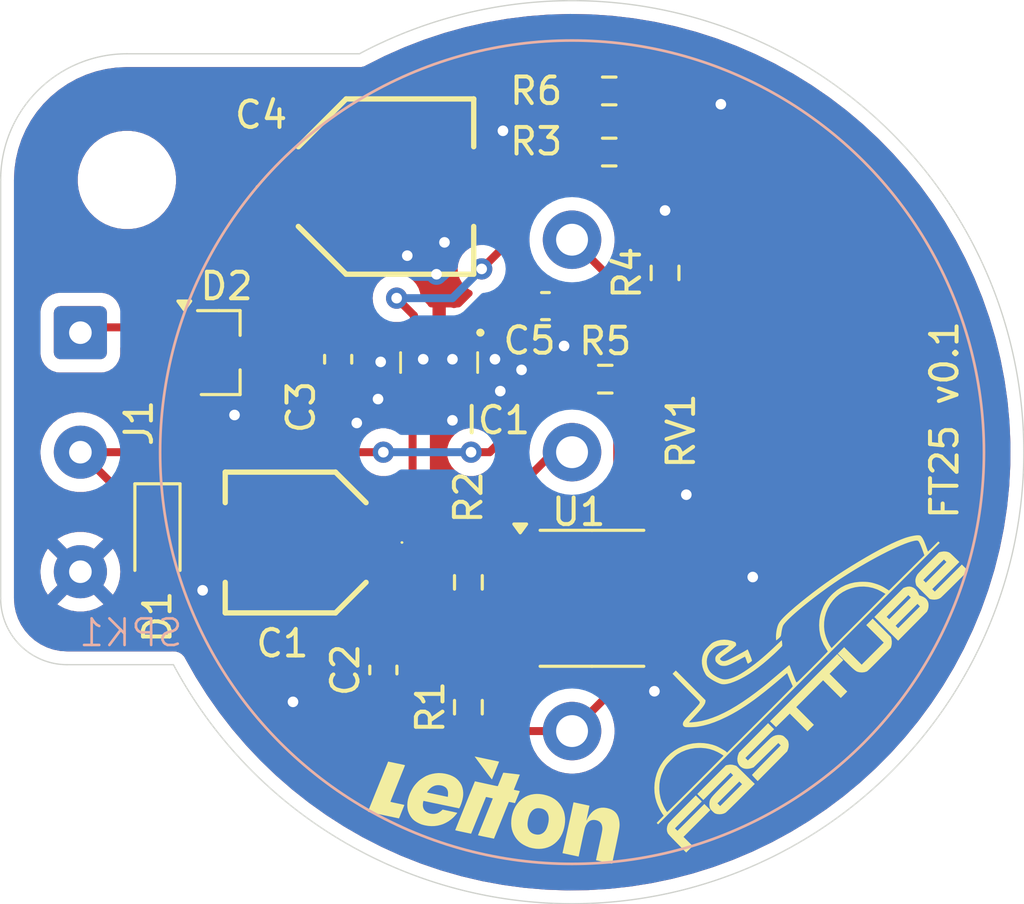
<source format=kicad_pcb>
(kicad_pcb
	(version 20240108)
	(generator "pcbnew")
	(generator_version "8.0")
	(general
		(thickness 1.6)
		(legacy_teardrops no)
	)
	(paper "A4")
	(layers
		(0 "F.Cu" signal)
		(31 "B.Cu" power)
		(32 "B.Adhes" user "B.Adhesive")
		(33 "F.Adhes" user "F.Adhesive")
		(34 "B.Paste" user)
		(35 "F.Paste" user)
		(36 "B.SilkS" user "B.Silkscreen")
		(37 "F.SilkS" user "F.Silkscreen")
		(38 "B.Mask" user)
		(39 "F.Mask" user)
		(40 "Dwgs.User" user "User.Drawings")
		(41 "Cmts.User" user "User.Comments")
		(42 "Eco1.User" user "User.Eco1")
		(43 "Eco2.User" user "User.Eco2")
		(44 "Edge.Cuts" user)
		(45 "Margin" user)
		(46 "B.CrtYd" user "B.Courtyard")
		(47 "F.CrtYd" user "F.Courtyard")
		(48 "B.Fab" user)
		(49 "F.Fab" user)
		(50 "User.1" user)
		(51 "User.2" user)
		(52 "User.3" user)
		(53 "User.4" user)
		(54 "User.5" user)
		(55 "User.6" user)
		(56 "User.7" user)
		(57 "User.8" user)
		(58 "User.9" user)
	)
	(setup
		(stackup
			(layer "F.SilkS"
				(type "Top Silk Screen")
			)
			(layer "F.Paste"
				(type "Top Solder Paste")
			)
			(layer "F.Mask"
				(type "Top Solder Mask")
				(thickness 0.01)
			)
			(layer "F.Cu"
				(type "copper")
				(thickness 0.035)
			)
			(layer "dielectric 1"
				(type "core")
				(thickness 1.51)
				(material "FR4")
				(epsilon_r 4.5)
				(loss_tangent 0.02)
			)
			(layer "B.Cu"
				(type "copper")
				(thickness 0.035)
			)
			(layer "B.Mask"
				(type "Bottom Solder Mask")
				(thickness 0.01)
			)
			(layer "B.Paste"
				(type "Bottom Solder Paste")
			)
			(layer "B.SilkS"
				(type "Bottom Silk Screen")
			)
			(copper_finish "None")
			(dielectric_constraints no)
		)
		(pad_to_mask_clearance 0)
		(allow_soldermask_bridges_in_footprints no)
		(pcbplotparams
			(layerselection 0x00010fc_ffffffff)
			(plot_on_all_layers_selection 0x0000000_00000000)
			(disableapertmacros no)
			(usegerberextensions no)
			(usegerberattributes yes)
			(usegerberadvancedattributes yes)
			(creategerberjobfile yes)
			(dashed_line_dash_ratio 12.000000)
			(dashed_line_gap_ratio 3.000000)
			(svgprecision 4)
			(plotframeref no)
			(viasonmask no)
			(mode 1)
			(useauxorigin no)
			(hpglpennumber 1)
			(hpglpenspeed 20)
			(hpglpendiameter 15.000000)
			(pdf_front_fp_property_popups yes)
			(pdf_back_fp_property_popups yes)
			(dxfpolygonmode yes)
			(dxfimperialunits yes)
			(dxfusepcbnewfont yes)
			(psnegative no)
			(psa4output no)
			(plotreference yes)
			(plotvalue yes)
			(plotfptext yes)
			(plotinvisibletext no)
			(sketchpadsonfab no)
			(subtractmaskfromsilk no)
			(outputformat 1)
			(mirror no)
			(drillshape 1)
			(scaleselection 1)
			(outputdirectory "")
		)
	)
	(net 0 "")
	(net 1 "Net-(C1-+)")
	(net 2 "GND")
	(net 3 "Net-(U1-FEED)")
	(net 4 "Net-(SPK1-M)")
	(net 5 "+24V")
	(net 6 "Net-(U1-HRNEN)")
	(net 7 "Net-(D2-A)")
	(net 8 "Net-(IC1-EN{slash}ADJ)")
	(net 9 "SIG")
	(net 10 "Net-(SPK1-G)")
	(net 11 "Net-(SPK1-F)")
	(net 12 "Net-(R3-Pad2)")
	(net 13 "unconnected-(U1-NC-Pad1)")
	(net 14 "unconnected-(U1-NC-Pad3)")
	(footprint "Connector_Wire:SolderWire-0.25sqmm_1x03_P4.5mm_D0.65mm_OD2mm" (layer "F.Cu") (at 131.5 95.5 -90))
	(footprint "soundbox:EEE0GA101SR" (layer "F.Cu") (at 139.6 103.4 180))
	(footprint "Capacitor_SMD:C_0603_1608Metric_Pad1.08x0.95mm_HandSolder" (layer "F.Cu") (at 141.2 96.5 -90))
	(footprint "LOGO" (layer "F.Cu") (at 157.785054 107.960449 45))
	(footprint "Resistor_SMD:R_0603_1608Metric_Pad0.98x0.95mm_HandSolder" (layer "F.Cu") (at 146.1 109.6 90))
	(footprint "soundbox:06TR4FA104DPR" (layer "F.Cu") (at 159 95.5))
	(footprint "Capacitor_SMD:C_0603_1608Metric_Pad1.08x0.95mm_HandSolder" (layer "F.Cu") (at 149 94.5 180))
	(footprint "Resistor_SMD:R_0603_1608Metric_Pad0.98x0.95mm_HandSolder" (layer "F.Cu") (at 153.5 93.25 90))
	(footprint "soundbox:EEE1AA101SP" (layer "F.Cu") (at 143 90))
	(footprint "soundbox:PG-SCT595-5" (layer "F.Cu") (at 145 96.5 180))
	(footprint "Resistor_SMD:R_0603_1608Metric_Pad0.98x0.95mm_HandSolder" (layer "F.Cu") (at 146.1 104.9 -90))
	(footprint "Resistor_SMD:R_0603_1608Metric_Pad0.98x0.95mm_HandSolder" (layer "F.Cu") (at 151.4 88.7))
	(footprint "MountingHole:MountingHole_3.2mm_M3_DIN965" (layer "F.Cu") (at 133.25 89.75))
	(footprint "Package_TO_SOT_SMD:SOT-23_Handsoldering" (layer "F.Cu") (at 136.75 96.25))
	(footprint "soundbox:LeitOn_small_wo_sq" (layer "F.Cu") (at 147.2 113.1 -12))
	(footprint "Package_SO:SOIC-8_3.9x4.9mm_P1.27mm" (layer "F.Cu") (at 150.75 105.5))
	(footprint "Resistor_SMD:R_0603_1608Metric_Pad0.98x0.95mm_HandSolder" (layer "F.Cu") (at 151.25 97.25))
	(footprint "Capacitor_SMD:C_0603_1608Metric_Pad1.08x0.95mm_HandSolder" (layer "F.Cu") (at 142.9 108.2 90))
	(footprint "Diode_SMD:D_SOD-323_HandSoldering" (layer "F.Cu") (at 134.4 103.2 -90))
	(footprint "Resistor_SMD:R_0603_1608Metric_Pad0.98x0.95mm_HandSolder" (layer "F.Cu") (at 151.4 86.4))
	(footprint "soundbox:CPT-3016-105T" (layer "B.Cu") (at 150 100 180))
	(gr_arc
		(start 128.5 89.75)
		(mid 129.891243 86.391243)
		(end 133.25 85)
		(stroke
			(width 0.05)
			(type default)
		)
		(layer "Edge.Cuts")
		(uuid "0c9499f7-3257-4d1a-ab45-d3dea9659961")
	)
	(gr_line
		(start 133.25 85)
		(end 142 85)
		(stroke
			(width 0.05)
			(type default)
		)
		(layer "Edge.Cuts")
		(uuid "145b8ce2-1cdf-402f-8341-2813b341aab6")
	)
	(gr_line
		(start 128.5 89.75)
		(end 128.5 105.5)
		(stroke
			(width 0.05)
			(type default)
		)
		(layer "Edge.Cuts")
		(uuid "5702bfe5-fa35-42f9-b66d-dc1faf38af9f")
	)
	(gr_line
		(start 131 108)
		(end 135 108)
		(stroke
			(width 0.05)
			(type default)
		)
		(layer "Edge.Cuts")
		(uuid "7ce022d5-3481-46fd-850f-fa99ac5c91eb")
	)
	(gr_arc
		(start 142 85)
		(mid 166.263456 104.949746)
		(end 135.000001 108.000003)
		(stroke
			(width 0.05)
			(type default)
		)
		(layer "Edge.Cuts")
		(uuid "8a2c619c-8626-4af2-8c59-1422d0ba61b9")
	)
	(gr_arc
		(start 131 108)
		(mid 129.232233 107.267767)
		(end 128.5 105.5)
		(stroke
			(width 0.05)
			(type default)
		)
		(layer "Edge.Cuts")
		(uuid "e1634623-b024-4caa-9d4d-69a765686d49")
	)
	(gr_rect
		(start 128.5 83)
		(end 167 117)
		(stroke
			(width 0.01)
			(type default)
		)
		(fill none)
		(layer "User.1")
		(uuid "39b0a146-c4d4-4256-ae48-acf0ec4d99bd")
	)
	(gr_text "FT25 v0.1"
		(at 164.6 102.6 90)
		(layer "F.SilkS")
		(uuid "0568cae2-bee3-4247-bec4-4aec8861298f")
		(effects
			(font
				(size 1 1)
				(thickness 0.15)
			)
			(justify left bottom)
		)
	)
	(segment
		(start 144 101.15)
		(end 144 97.75)
		(width 0.3)
		(layer "F.Cu")
		(net 1)
		(uuid "15c5144c-563b-4b87-9892-e237392431c7")
	)
	(segment
		(start 144.6 104.1)
		(end 144.6 101.75)
		(width 0.3)
		(layer "F.Cu")
		(net 1)
		(uuid "1a80ae13-4a15-4032-93ee-33ef1b3c5354")
	)
	(segment
		(start 143.775 101.375)
		(end 143.825 101.325)
		(width 0.3)
		(layer "F.Cu")
		(net 1)
		(uuid "344b38fb-bb30-4b39-a9aa-767baf938932")
	)
	(segment
		(start 143.775 101.375)
		(end 144 101.15)
		(width 0.3)
		(layer "F.Cu")
		(net 1)
		(uuid "3af5f041-c8a2-43ed-8af4-421975d2f8d5")
	)
	(segment
		(start 145.365 104.865)
		(end 144.6 104.1)
		(width 0.3)
		(layer "F.Cu")
		(net 1)
		(uuid "a471af70-346f-4311-86d8-28ad5a90a449")
	)
	(segment
		(start 144 97.75)
		(end 144.05 97.7)
		(width 0.3)
		(layer "F.Cu")
		(net 1)
		(uuid "b57598a9-8b18-4e03-89c1-05fa95734452")
	)
	(segment
		(start 141.75 103.4)
		(end 143.775 101.375)
		(width 0.3)
		(layer "F.Cu")
		(net 1)
		(uuid "b9a2d46c-d18c-4e8a-8f5a-70cca586e7ac")
	)
	(segment
		(start 148.275 104.865)
		(end 145.365 104.865)
		(width 0.3)
		(layer "F.Cu")
		(net 1)
		(uuid "bf47607a-6c55-41ef-8986-734ffc4b7598")
	)
	(segment
		(start 144.175 101.325)
		(end 144 101.15)
		(width 0.3)
		(layer "F.Cu")
		(net 1)
		(uuid "c218f462-46ea-4d78-9d92-fddaf342c491")
	)
	(segment
		(start 144.6 101.75)
		(end 144.175 101.325)
		(width 0.3)
		(layer "F.Cu")
		(net 1)
		(uuid "c4524e98-d66b-416e-ad12-f8b4c7086e3d")
	)
	(segment
		(start 143.825 101.325)
		(end 144.175 101.325)
		(width 0.3)
		(layer "F.Cu")
		(net 1)
		(uuid "ea7bf8c4-e6e9-4921-a552-c920a3ff676f")
	)
	(segment
		(start 149.8625 94.5)
		(end 149.8625 95.8375)
		(width 0.3)
		(layer "F.Cu")
		(net 2)
		(uuid "72345974-ffc1-46ea-ac1b-b1e35cd00433")
	)
	(segment
		(start 149.8625 95.8375)
		(end 149.7 96)
		(width 0.3)
		(layer "F.Cu")
		(net 2)
		(uuid "d0c147ef-b240-4144-9959-5afa028f4e23")
	)
	(via
		(at 155.6 86.9)
		(size 0.8)
		(drill 0.4)
		(layers "F.Cu" "B.Cu")
		(free yes)
		(net 2)
		(uuid "06a1a750-8536-4cf8-9192-35bc867304a9")
	)
	(via
		(at 141.9 98.9)
		(size 0.8)
		(drill 0.4)
		(layers "F.Cu" "B.Cu")
		(free yes)
		(net 2)
		(uuid "1634c358-6587-4d9e-a4c2-90a5ab1faafd")
	)
	(via
		(at 147.3 97.7)
		(size 0.8)
		(drill 0.4)
		(layers "F.Cu" "B.Cu")
		(free yes)
		(net 2)
		(uuid "1a418d52-d221-44b1-ad1d-91e97992ecb3")
	)
	(via
		(at 142.7 98)
		(size 0.8)
		(drill 0.4)
		(layers "F.Cu" "B.Cu")
		(free yes)
		(net 2)
		(uuid "25345f8f-538d-46a3-b8d8-5a868b8a4bca")
	)
	(via
		(at 143.8 92.6)
		(size 0.8)
		(drill 0.4)
		(layers "F.Cu" "B.Cu")
		(free yes)
		(net 2)
		(uuid "384c8bfa-3338-4421-b506-b5dcc7f603cf")
	)
	(via
		(at 153.5 90.9)
		(size 0.8)
		(drill 0.4)
		(layers "F.Cu" "B.Cu")
		(free yes)
		(net 2)
		(uuid "59e64dbd-0451-436f-844e-4c0d273598ba")
	)
	(via
		(at 148.1 96.9)
		(size 0.8)
		(drill 0.4)
		(layers "F.Cu" "B.Cu")
		(free yes)
		(net 2)
		(uuid "69cbc453-a834-432c-a06f-6af5e0115401")
	)
	(via
		(at 145.5 96.5)
		(size 0.8)
		(drill 0.4)
		(layers "F.Cu" "B.Cu")
		(free yes)
		(net 2)
		(uuid "6a66460c-c4ed-4cbb-ad75-8721cfb01e79")
	)
	(via
		(at 153.1 109)
		(size 0.8)
		(drill 0.4)
		(layers "F.Cu" "B.Cu")
		(free yes)
		(net 2)
		(uuid "7fa75b93-3a54-4ab9-823b-8664220d8fc0")
	)
	(via
		(at 136.1 105.2)
		(size 0.8)
		(drill 0.4)
		(layers "F.Cu" "B.Cu")
		(free yes)
		(net 2)
		(uuid "83ee66e4-35b7-421f-bd51-e9232ebc2f9c")
	)
	(via
		(at 147.4 87.9)
		(size 0.8)
		(drill 0.4)
		(layers "F.Cu" "B.Cu")
		(free yes)
		(net 2)
		(uuid "87ee8f62-5586-4ec4-bf64-4d8e7f4f3c00")
	)
	(via
		(at 142.8 96.6)
		(size 0.8)
		(drill 0.4)
		(layers "F.Cu" "B.Cu")
		(free yes)
		(net 2)
		(uuid "88f446c1-03c1-4aaf-8c6d-a532e3fea711")
	)
	(via
		(at 145.2 92.1)
		(size 0.8)
		(drill 0.4)
		(layers "F.Cu" "B.Cu")
		(free yes)
		(net 2)
		(uuid "96ccf5b1-b85a-42c6-89d1-03c3653c0e78")
	)
	(via
		(at 144.9 93.3)
		(size 0.8)
		(drill 0.4)
		(layers "F.Cu" "B.Cu")
		(free yes)
		(net 2)
		(uuid "b57f5c0c-c97f-4e02-83ff-2ef698d42b64")
	)
	(via
		(at 145.5 98.8)
		(size 0.8)
		(drill 0.4)
		(layers "F.Cu" "B.Cu")
		(free yes)
		(net 2)
		(uuid "b5ab2b73-4634-4e0e-855d-42a626e2a677")
	)
	(via
		(at 154.3 101.6)
		(size 0.8)
		(drill 0.4)
		(layers "F.Cu" "B.Cu")
		(free yes)
		(net 2)
		(uuid "b76a2fc2-0f04-4ac7-8040-3c68efea3aaa")
	)
	(via
		(at 147.1 96.5)
		(size 0.8)
		(drill 0.4)
		(layers "F.Cu" "B.Cu")
		(free yes)
		(net 2)
		(uuid "d6efebd2-3405-41b1-bc0d-84897ffc75fb")
	)
	(via
		(at 149.7 96)
		(size 0.8)
		(drill 0.4)
		(layers "F.Cu" "B.Cu")
		(free yes)
		(net 2)
		(uuid "d8f12fb1-bcf4-4713-a92c-8cd19cfe334a")
	)
	(via
		(at 156.8 104.7)
		(size 0.8)
		(drill 0.4)
		(layers "F.Cu" "B.Cu")
		(free yes)
		(net 2)
		(uuid "db890ffb-38c3-4b56-bb01-106cd42901c5")
	)
	(via
		(at 144.4 96.5)
		(size 0.8)
		(drill 0.4)
		(layers "F.Cu" "B.Cu")
		(free yes)
		(net 2)
		(uuid "dcf1182a-9346-40f1-9a54-d1175b80aebf")
	)
	(via
		(at 139.5 109.4)
		(size 0.8)
		(drill 0.4)
		(layers "F.Cu" "B.Cu")
		(free yes)
		(net 2)
		(uuid "dee0939a-5e0d-4315-a470-5bde3c7fcd15")
	)
	(via
		(at 137.3 98.6)
		(size 0.8)
		(drill 0.4)
		(layers "F.Cu" "B.Cu")
		(free yes)
		(net 2)
		(uuid "ecf13844-64d3-4d09-826f-01f2a3714814")
	)
	(segment
		(start 148.275 107.405)
		(end 146.105 107.405)
		(width 0.3)
		(layer "F.Cu")
		(net 3)
		(uuid "4d85323a-08d1-468c-bfd3-e496a2731d71")
	)
	(segment
		(start 146.1 107.4)
		(end 146.1 105.8125)
		(width 0.3)
		(layer "F.Cu")
		(net 3)
		(uuid "5c0b8596-5503-4d34-b55d-432a6a55b318")
	)
	(segment
		(start 146.105 107.405)
		(end 146.1 107.4)
		(width 0.3)
		(layer "F.Cu")
		(net 3)
		(uuid "5dd55fdd-6d11-4b51-a953-3fa965ab3532")
	)
	(segment
		(start 142.9 107.3375)
		(end 144.25 108.6875)
		(width 0.3)
		(layer "F.Cu")
		(net 3)
		(uuid "809582d5-cb13-4f9f-8fae-3838a63656e2")
	)
	(segment
		(start 144.25 108.6875)
		(end 146.1 108.6875)
		(width 0.3)
		(layer "F.Cu")
		(net 3)
		(uuid "c431d874-8573-4efa-9021-024d20a72e9e")
	)
	(segment
		(start 146.1 108.6875)
		(end 146.1 107.4)
		(width 0.3)
		(layer "F.Cu")
		(net 3)
		(uuid "f412a4c1-f106-41a2-a9c6-a0084babeb82")
	)
	(segment
		(start 148.2 109.6)
		(end 150.3 107.5)
		(width 0.3)
		(layer "F.Cu")
		(net 4)
		(uuid "09090e3d-2f29-4507-9429-c54334b8180b")
	)
	(segment
		(start 151.25 98.55)
		(end 151.7 99)
		(width 0.3)
		(layer "F.Cu")
		(net 4)
		(uuid "30c7c0a9-de98-46ee-ad56-98519c7cfb85")
	)
	(segment
		(start 150.3 107.5)
		(end 150.3 106.3)
		(width 0.3)
		(layer "F.Cu")
		(net 4)
		(uuid "34d22c14-3b91-47dd-9037-04ff02b781cf")
	)
	(segment
		(start 152 104.865)
		(end 151.735 104.865)
		(width 0.3)
		(layer "F.Cu")
		(net 4)
		(uuid "36da2dfc-84c8-4d31-a70b-2f8f40fe67e3")
	)
	(segment
		(start 151.7 104.6)
		(end 151.7 104.83)
		(width 0.3)
		(layer "F.Cu")
		(net 4)
		(uuid "3ae480d1-8672-4f2c-a851-94f59965e078")
	)
	(segment
		(start 151.7 99)
		(end 151.7 104.6)
		(width 0.3)
		(layer "F.Cu")
		(net 4)
		(uuid "45402f4d-99c3-4ba9-bd66-4a1ea8da26b0")
	)
	(segment
		(start 151.735 104.6)
		(end 152 104.865)
		(width 0.3)
		(layer "F.Cu")
		(net 4)
		(uuid "5da0f8fb-e2f9-41b0-9801-f13702b13393")
	)
	(segment
		(start 151.7 104.83)
		(end 151.735 104.865)
		(width 0.3)
		(layer "F.Cu")
		(net 4)
		(uuid "78b78ccc-63d2-4be6-8684-dc2b419e2d99")
	)
	(segment
		(start 151.25 93.25)
		(end 151.25 98.55)
		(width 0.3)
		(layer "F.Cu")
		(net 4)
		(uuid "7bc63da9-9e54-4147-a93d-721567276b1d")
	)
	(segment
		(start 143.4375 109.6)
		(end 148.2 109.6)
		(width 0.3)
		(layer "F.Cu")
		(net 4)
		(uuid "c2b5b2b3-27c6-43a2-b502-9ae649b08a1d")
	)
	(segment
		(start 151.735 104.865)
		(end 150.3 106.3)
		(width 0.3)
		(layer "F.Cu")
		(net 4)
		(uuid "cf7f2034-b1e3-46d7-85ba-64c853f641b5")
	)
	(segment
		(start 150 92)
		(end 151.25 93.25)
		(width 0.3)
		(layer "F.Cu")
		(net 4)
		(uuid "d0f86c55-1497-473f-92ab-0926b530691e")
	)
	(segment
		(start 153.06 104.7)
		(end 153.225 104.865)
		(width 0.3)
		(layer "F.Cu")
		(net 4)
		(uuid "de487b46-dff6-4637-b730-51caf9eeca2e")
	)
	(segment
		(start 151.7 104.6)
		(end 151.735 104.6)
		(width 0.3)
		(layer "F.Cu")
		(net 4)
		(uuid "e604e90e-3383-4c49-a31e-adad540853ba")
	)
	(segment
		(start 142.9 109.0625)
		(end 143.4375 109.6)
		(width 0.3)
		(layer "F.Cu")
		(net 4)
		(uuid "e7b372ad-6d44-40f3-b292-ca0030a4c4bb")
	)
	(segment
		(start 153.225 104.865)
		(end 152 104.865)
		(width 0.3)
		(layer "F.Cu")
		(net 4)
		(uuid "fb5f5bb4-df8e-49f9-aeab-c72ab1a7e5d2")
	)
	(segment
		(start 141.2 95.6375)
		(end 141.2 90.7)
		(width 0.3)
		(layer "F.Cu")
		(net 5)
		(uuid "054909e3-392b-4d3d-88ec-2922324e7a7e")
	)
	(segment
		(start 147.7 92)
		(end 147.7 91)
		(width 0.3)
		(layer "F.Cu")
		(net 5)
		(uuid "1714de18-f19e-4a1d-9fcb-abbc4390ca85")
	)
	(segment
		(start 143.4 94.2)
		(end 144.05 94.85)
		(width 0.3)
		(layer "F.Cu")
		(net 5)
		(uuid "1dab445f-7c67-472b-bea0-a057a8fe6814")
	)
	(segment
		(start 141.5875 95.25)
		(end 144 95.25)
		(width 0.3)
		(layer "F.Cu")
		(net 5)
		(uuid "3cdd5ae0-fe74-40b7-91eb-253b46d6524f")
	)
	(segment
		(start 138.25 96.25)
		(end 139.5 96.25)
		(width 0.3)
		(layer "F.Cu")
		(net 5)
		(uuid "4441b124-5698-47f2-8d50-494066e51d56")
	)
	(segment
		(start 140.1125 95.6375)
		(end 141.2 95.6375)
		(width 0.3)
		(layer "F.Cu")
		(net 5)
		(uuid "8b82cbf6-a61f-4b56-bb7e-98c50b4ea897")
	)
	(segment
		(start 150 88.7)
		(end 150.4875 88.7)
		(width 0.3)
		(layer "F.Cu")
		(net 5)
		(uuid "91449544-3d85-43bf-892d-142f30243a74")
	)
	(segment
		(start 146.6 93.1)
		(end 147.7 92)
		(width 0.3)
		(layer "F.Cu")
		(net 5)
		(uuid "a21a02bd-2759-401c-b257-6fddf78b91b4")
	)
	(segment
		(start 141.2 90.7)
		(end 140.5 90)
		(width 0.3)
		(layer "F.Cu")
		(net 5)
		(uuid "ab3fc132-876d-40fd-8a37-516f998d4401")
	)
	(segment
		(start 144.05 94.85)
		(end 144.05 95.3)
		(width 0.3)
		(layer "F.Cu")
		(net 5)
		(uuid "adf1574a-72d4-442f-b8a1-48199444bd90")
	)
	(segment
		(start 147.7 91)
		(end 150 88.7)
		(width 0.3)
		(layer "F.Cu")
		(net 5)
		(uuid "b0d0a533-03d1-4d10-9c9d-275a057f1864")
	)
	(segment
		(start 139.5 96.25)
		(end 140.1125 95.6375)
		(width 0.3)
		(layer "F.Cu")
		(net 5)
		(uuid "b40aa696-d52a-4b37-a289-b30fb8eedf24")
	)
	(segment
		(start 141.2 95.6375)
		(end 141.5875 95.25)
		(width 0.3)
		(layer "F.Cu")
		(net 5)
		(uuid "c70a6765-40cc-46c1-a2d9-b3050acd3216")
	)
	(segment
		(start 150.4875 86.4)
		(end 150.4875 88.7)
		(width 0.3)
		(layer "F.Cu")
		(net 5)
		(uuid "e74d25ae-28d4-40ff-aaa6-db74846f4d2c")
	)
	(via
		(at 146.6 93.1)
		(size 0.8)
		(drill 0.4)
		(layers "F.Cu" "B.Cu")
		(net 5)
		(uuid "1f66e272-7d73-47e7-85fd-2cea844f1376")
	)
	(via
		(at 143.4 94.2)
		(size 0.8)
		(drill 0.4)
		(layers "F.Cu" "B.Cu")
		(net 5)
		(uuid "8331b1ec-10d8-49af-bc63-06d3c2054628")
	)
	(segment
		(start 143.4 94.2)
		(end 145.5 94.2)
		(width 0.3)
		(layer "B.Cu")
		(net 5)
		(uuid "86e56fd6-02b5-4dbf-9477-8f508caac46e")
	)
	(segment
		(start 145.5 94.2)
		(end 146.6 93.1)
		(width 0.3)
		(layer "B.Cu")
		(net 5)
		(uuid "d03544bb-5e1e-42e4-89c6-39b622a494c2")
	)
	(segment
		(start 152.5 97.5875)
		(end 152.5 101.75)
		(width 0.3)
		(layer "F.Cu")
		(net 6)
		(uuid "074a2975-fd68-4c40-8155-f0e5b9abf23d")
	)
	(segment
		(start 152.1625 97.25)
		(end 152.5 97.5875)
		(width 0.3)
		(layer "F.Cu")
		(net 6)
		(uuid "21ff4d6b-8fcc-4b1c-820c-c5cadcb9bf55")
	)
	(segment
		(start 152.5 101.75)
		(end 153.25 102.5)
		(width 0.3)
		(layer "F.Cu")
		(net 6)
		(uuid "2fba2c5a-2a97-4175-bfeb-038d973dde82")
	)
	(segment
		(start 153.25 103.57)
		(end 153.225 103.595)
		(width 0.3)
		(layer "F.Cu")
		(net 6)
		(uuid "418fabef-99d7-47c9-abc2-f7723d16f244")
	)
	(segment
		(start 152.1625 97.25)
		(end 152.25 97.25)
		(width 0.3)
		(layer "F.Cu")
		(net 6)
		(uuid "52311879-8ed6-466b-bba9-44d036750aed")
	)
	(segment
		(start 153.25 102.5)
		(end 153.25 103.57)
		(width 0.3)
		(layer "F.Cu")
		(net 6)
		(uuid "cdcf619f-a978-4667-ae1c-20f141c6c1ed")
	)
	(segment
		(start 153.5 96)
		(end 153.5 94.1625)
		(width 0.3)
		(layer "F.Cu")
		(net 6)
		(uuid "ef8cfd81-6cb9-4d71-b3bf-0610e509a439")
	)
	(segment
		(start 152.25 97.25)
		(end 153.5 96)
		(width 0.3)
		(layer "F.Cu")
		(net 6)
		(uuid "fa2f396c-09cf-4795-881a-85a4b4ae0039")
	)
	(segment
		(start 135.25 95.3)
		(end 131.7 95.3)
		(width 0.3)
		(layer "F.Cu")
		(net 7)
		(uuid "a91db6b1-c4d0-4082-8243-54f9f4debef9")
	)
	(segment
		(start 131.7 95.3)
		(end 131.5 95.5)
		(width 0.3)
		(layer "F.Cu")
		(net 7)
		(uuid "b4303bdb-fbe9-4f59-8912-f6fe0909e13f")
	)
	(segment
		(start 159 91.225)
		(end 157.525 89.75)
		(width 0.3)
		(layer "F.Cu")
		(net 8)
		(uuid "10e80ff1-24c9-4e99-a6ae-40c6b4da76d7")
	)
	(segment
		(start 145.95 95.3)
		(end 147.425 93.825)
		(width 0.3)
		(layer "F.Cu")
		(net 8)
		(uuid "69f64f3f-7002-47e9-8d79-e5b3fa90185e")
	)
	(segment
		(start 148.25 93)
		(end 147.425 93.825)
		(width 0.3)
		(layer "F.Cu")
		(net 8)
		(uuid "71a75b59-ac82-42df-ab4d-24534136247c")
	)
	(segment
		(start 149.75 89.75)
		(end 148.25 91.25)
		(width 0.3)
		(layer "F.Cu")
		(net 8)
		(uuid "7c187c0d-5463-49e4-b302-7e6b907a001c")
	)
	(segment
		(start 157.525 89.75)
		(end 149.75 89.75)
		(width 0.3)
		(layer "F.Cu")
		(net 8)
		(uuid "8caf3322-20bd-4792-87d4-2ac4b6e61f44")
	)
	(segment
		(start 148.1375 94.5)
		(end 148.1 94.5)
		(width 0.3)
		(layer "F.Cu")
		(net 8)
		(uuid "c7a1fbfd-de61-4daa-8cec-99339a910f45")
	)
	(segment
		(start 148.1 94.5)
		(end 147.425 93.825)
		(width 0.3)
		(layer "F.Cu")
		(net 8)
		(uuid "fb5c3ebe-ae4a-47c1-bc91-695929b1d538")
	)
	(segment
		(start 148.25 91.25)
		(end 148.25 93)
		(width 0.3)
		(layer "F.Cu")
		(net 8)
		(uuid "fd5ccc6b-1f50-4929-b1e8-f7fa3b79e0ff")
	)
	(segment
		(start 134.4 101.95)
		(end 133.45 101.95)
		(width 0.3)
		(layer "F.Cu")
		(net 9)
		(uuid "0fe563d9-a79f-498c-bb52-76c56e7dcda7")
	)
	(segment
		(start 133.45 101.95)
		(end 131.5 100)
		(width 0.3)
		(layer "F.Cu")
		(net 9)
		(uuid "17b2d4b1-992b-4b43-9684-383b57817b18")
	)
	(segment
		(start 149.65 97.25)
		(end 150.3375 97.25)
		(width 0.3)
		(layer "F.Cu")
		(net 9)
		(uuid "49712491-cc98-417d-9fd7-6bea8419dd0f")
	)
	(segment
		(start 146.2 100)
		(end 146.9 100)
		(width 0.3)
		(layer "F.Cu")
		(net 9)
		(uuid "527f361a-886e-4d3e-b2f8-d2e7b77728ba")
	)
	(segment
		(start 134.4 100)
		(end 142.9 100)
		(width 0.3)
		(layer "F.Cu")
		(net 9)
		(uuid "5a32045e-2743-4220-b6c9-8e815d55651b")
	)
	(segment
		(start 131.5 100)
		(end 134.4 100)
		(width 0.3)
		(layer "F.Cu")
		(net 9)
		(uuid "72cbdf54-c0e4-4740-a118-61cf36656b59")
	)
	(segment
		(start 134.4 101.95)
		(end 134.4 100)
		(width 0.3)
		(layer "F.Cu")
		(net 9)
		(uuid "e650d11d-7494-414b-b1e1-ba5442f115dd")
	)
	(segment
		(start 146.9 100)
		(end 149.65 97.25)
		(width 0.3)
		(layer "F.Cu")
		(net 9)
		(uuid "eab867c7-f470-4870-8085-66ac175dac89")
	)
	(via
		(at 146.2 100)
		(size 0.8)
		(drill 0.4)
		(layers "F.Cu" "B.Cu")
		(net 9)
		(uuid "3e77b714-44f3-4163-8c08-87f52830b850")
	)
	(via
		(at 142.9 100)
		(size 0.8)
		(drill 0.4)
		(layers "F.Cu" "B.Cu")
		(net 9)
		(uuid "5281ce56-3ddb-4cc6-af00-7d45d7765312")
	)
	(segment
		(start 142.9 100)
		(end 146.2 100)
		(width 0.3)
		(layer "B.Cu")
		(net 9)
		(uuid "d33ff8ee-ccd0-49b6-9491-0fc43cad637c")
	)
	(segment
		(start 146.1 110.5125)
		(end 146.1125 110.5)
		(width 0.3)
		(layer "F.Cu")
		(net 10)
		(uuid "0985b6fd-d180-4fc5-bce9-3d6204322516")
	)
	(segment
		(start 150 110.5)
		(end 151.3 109.2)
		(width 0.3)
		(layer "F.Cu")
		(net 10)
		(uuid "29833cd4-ae84-47c3-a086-4dfcd0ca3a64")
	)
	(segment
		(start 146.1125 110.5)
		(end 150 110.5)
		(width 0.3)
		(layer "F.Cu")
		(net 10)
		(uuid "924cc875-b40f-4c52-9192-86ac241c9175")
	)
	(segment
		(start 151.965 106.135)
		(end 153.225 106.135)
		(width 0.3)
		(layer "F.Cu")
		(net 10)
		(uuid "d32f4e74-f404-477c-91c6-11336f273e81")
	)
	(segment
		(start 151.3 109.2)
		(end 151.3 106.8)
		(width 0.3)
		(layer "F.Cu")
		(net 10)
		(uuid "e4c7c31e-d0bc-4d47-b7ae-acbdc347fd7a")
	)
	(segment
		(start 151.3 106.8)
		(end 151.965 106.135)
		(width 0.3)
		(layer "F.Cu")
		(net 10)
		(uuid "e78a7e10-98f9-4831-bed7-9f8aafb304a1")
	)
	(segment
		(start 146.1 103.2)
		(end 149.3 100)
		(width 0.3)
		(layer "F.Cu")
		(net 11)
		(uuid "3d79fbfe-060e-4a2f-b6c7-315adffdce03")
	)
	(segment
		(start 149.3 100)
		(end 150 100)
		(width 0.3)
		(layer "F.Cu")
		(net 11)
		(uuid "980e4570-315c-43cf-bb18-51c17d13a9fc")
	)
	(segment
		(start 146.1 103.9875)
		(end 146.1 103.2)
		(width 0.3)
		(layer "F.Cu")
		(net 11)
		(uuid "c6c913eb-38cc-4add-a1e5-ec5c4b90d394")
	)
	(segment
		(start 161.15 100.425)
		(end 161.15 89.95)
		(width 0.3)
		(layer "F.Cu")
		(net 12)
		(uuid "26979417-b786-4be8-984f-7d0738cdff24")
	)
	(segment
		(start 161.15 89.95)
		(end 159.9 88.7)
		(width 0.3)
		(layer "F.Cu")
		(net 12)
		(uuid "7718b055-c971-4cec-ab44-672e9f6976fc")
	)
	(segment
		(start 159.9 88.7)
		(end 152.3125 88.7)
		(width 0.3)
		(layer "F.Cu")
		(net 12)
		(uuid "8f63e3d9-dbb7-40be-853d-4d064e73fe36")
	)
	(segment
		(start 152.3125 86.4)
		(end 152.3125 88.7)
		(width 0.3)
		(layer "F.Cu")
		(net 12)
		(uuid "d1f80375-c994-4ac9-a326-cf0882761c94")
	)
	(zone
		(net 2)
		(net_name "GND")
		(layer "F.Cu")
		(uuid "3fbb25a7-40e0-4e93-a8cf-da28d9fa13f5")
		(hatch edge 0.5)
		(connect_pads
			(clearance 0.5)
		)
		(min_thickness 0.25)
		(filled_areas_thickness no)
		(fill yes
			(thermal_gap 0.5)
			(thermal_bridge_width 0.5)
		)
		(polygon
			(pts
				(arc
					(start 133.25 85)
					(mid 129.891243 86.391243)
					(end 128.5 89.75)
				)
				(arc
					(start 128.5 105.5)
					(mid 129.232233 107.267767)
					(end 131 108)
				)
				(xy 135 108)
				(arc
					(start 135.000001 108.000003)
					(mid 166.263456 104.949746)
					(end 142 85)
				)
			)
		)
		(filled_polygon
			(layer "F.Cu")
			(pts
				(xy 150.729967 83.516727) (xy 150.735946 83.516994) (xy 151.529551 83.571622) (xy 151.535512 83.572178)
				(xy 152.325547 83.665284) (xy 152.331488 83.666131) (xy 153.116064 83.797492) (xy 153.121948 83.798625)
				(xy 153.899202 83.967928) (xy 153.905055 83.969353) (xy 154.67315 84.176196) (xy 154.678926 84.177903)
				(xy 154.926303 84.25759) (xy 155.436071 84.421803) (xy 155.441739 84.423781) (xy 155.642771 84.4995)
				(xy 156.18618 84.704175) (xy 156.191764 84.706435) (xy 156.420514 84.805529) (xy 156.92169 85.022639)
				(xy 156.927133 85.025156) (xy 157.640856 85.376443) (xy 157.646152 85.379211) (xy 158.007932 85.579661)
				(xy 158.341966 85.764738) (xy 158.347163 85.767784) (xy 158.47746 85.848486) (xy 158.948506 86.140239)
				(xy 159.023447 86.186655) (xy 159.028489 86.189951) (xy 159.683594 86.641142) (xy 159.68847 86.644678)
				(xy 160.320892 87.12715) (xy 160.325591 87.130918) (xy 160.933869 87.64356) (xy 160.938379 87.647553)
				(xy 161.397717 88.074499) (xy 161.52102 88.189106) (xy 161.525322 88.193304) (xy 162.080992 88.76253)
				(xy 162.085075 88.76692) (xy 162.42776 89.1539) (xy 162.612445 89.362457) (xy 162.616328 89.367062)
				(xy 163.114154 89.987504) (xy 163.117808 89.992292) (xy 163.584903 90.63616) (xy 163.588321 90.64112)
				(xy 164.02362 91.306946) (xy 164.026792 91.312067) (xy 164.429209 91.998189) (xy 164.43213 92.003457)
				(xy 164.800779 92.708359) (xy 164.80344 92.713763) (xy 165.137416 93.435723) (xy 165.139811 93.441249)
				(xy 165.438334 94.178578) (xy 165.440458 94.184215) (xy 165.702817 94.935159) (xy 165.704665 94.940892)
				(xy 165.930247 95.703687) (xy 165.931815 95.709503) (xy 166.120094 96.482377) (xy 166.121377 96.488262)
				(xy 166.271897 97.26935) (xy 166.272893 97.275291) (xy 166.385306 98.062778) (xy 166.386012 98.06876)
				(xy 166.460049 98.860763) (xy 166.460464 98.866772) (xy 166.495954 99.661458) (xy 166.496076 99.66748)
				(xy 166.492931 100.462926) (xy 166.492761 100.468947) (xy 166.450992 101.263308) (xy 166.45053 101.269314)
				(xy 166.370231 102.060734) (xy 166.369477 102.06671) (xy 166.250847 102.853248) (xy 166.249804 102.859181)
				(xy 166.093108 103.639082) (xy 166.091779 103.644957) (xy 165.897403 104.416295) (xy 165.89579 104.422098)
				(xy 165.664175 105.183117) (xy 165.662281 105.188835) (xy 165.394001 105.937657) (xy 165.391833 105.943277)
				(xy 165.087485 106.678239) (xy 165.085046 106.683746) (xy 164.745375 107.40304) (xy 164.742671 107.408423)
				(xy 164.368469 108.110374) (xy 164.365507 108.115619) (xy 163.957661 108.798566) (xy 163.954448 108.803661)
				(xy 163.513912 109.466005) (xy 163.510455 109.470938) (xy 163.03828 110.1111) (xy 163.034588 110.115859)
				(xy 162.531877 110.732341) (xy 162.527958 110.736916) (xy 161.995916 111.328243) (xy 161.99178 111.332621)
				(xy 161.431636 111.897426) (xy 161.427292 111.901599) (xy 160.840365 112.438551) (xy 160.835823 112.442507)
				(xy 160.223555 112.950289) (xy 160.218827 112.954021) (xy 159.582572 113.431508) (xy 159.577667 113.435005)
				(xy 158.919031 113.880992) (xy 158.913963 113.884248) (xy 158.2344 114.297752) (xy 158.22918 114.300757)
				(xy 157.530353 114.680764) (xy 157.524993 114.683512) (xy 156.808549 115.02913) (xy 156.803061 115.031615)
				(xy 156.07065 115.342042) (xy 156.065049 115.344257) (xy 155.318444 115.618746) (xy 155.312742 115.620686)
				(xy 154.553708 115.858588) (xy 154.547918 115.86025) (xy 153.778191 116.06102) (xy 153.772328 116.062398)
				(xy 152.993786 116.225546) (xy 152.987862 116.226638) (xy 152.202301 116.351787) (xy 152.196331 116.35259)
				(xy 151.405621 116.439444) (xy 151.399619 116.439956) (xy 150.605628 116.488307) (xy 150.599609 116.488527)
				(xy 149.804195 116.498265) (xy 149.798172 116.498192) (xy 149.003244 116.469291) (xy 148.997231 116.468926)
				(xy 148.204642 116.401456) (xy 148.198655 116.4008) (xy 147.410252 116.294916) (xy 147.404303 116.293969)
				(xy 146.622001 116.149929) (xy 146.616117 116.148697) (xy 146.189642 116.048542) (xy 145.84171 115.966832)
				(xy 145.835882 115.965313) (xy 145.071224 115.746055) (xy 145.065476 115.744254) (xy 144.312383 115.488127)
				(xy 144.306729 115.48605) (xy 143.56695 115.193649) (xy 143.561403 115.191299) (xy 142.836702 114.863319)
				(xy 142.831277 114.860703) (xy 142.123376 114.497927) (xy 142.118083 114.495051) (xy 141.775208 114.297752)
				(xy 141.428576 114.098291) (xy 141.423452 114.095174) (xy 140.754067 113.665424) (xy 140.749086 113.662053)
				(xy 140.101371 113.200311) (xy 140.096552 113.196697) (xy 139.47199 112.704019) (xy 139.467353 112.700174)
				(xy 138.867485 112.177775) (xy 138.86304 112.17371) (xy 138.289225 111.622774) (xy 138.285004 111.618519)
				(xy 137.738622 111.040367) (xy 137.734602 111.035901) (xy 137.7005 110.996111) (xy 137.216945 110.431903)
				(xy 137.213163 110.427268) (xy 136.725416 109.798803) (xy 136.721866 109.793992) (xy 136.265236 109.142613)
				(xy 136.261907 109.13761) (xy 135.837445 108.464819) (xy 135.834383 108.459694) (xy 135.49257 107.85466)
				(xy 135.472447 107.81904) (xy 135.467008 107.807879) (xy 135.438688 107.758829) (xy 135.436662 107.75518)
				(xy 135.410612 107.706335) (xy 135.405882 107.699721) (xy 135.406296 107.699424) (xy 135.40585 107.698822)
				(xy 135.405447 107.699132) (xy 135.4005 107.692685) (xy 135.361331 107.653517) (xy 135.358432 107.650519)
				(xy 135.339444 107.63021) (xy 135.320612 107.610066) (xy 135.320606 107.610062) (xy 135.314329 107.6049)
				(xy 135.314651 107.604507) (xy 135.314068 107.604044) (xy 135.31376 107.604447) (xy 135.307318 107.599504)
				(xy 135.307314 107.5995) (xy 135.287321 107.587957) (xy 135.259272 107.571762) (xy 135.255748 107.569648)
				(xy 135.208765 107.540373) (xy 135.208761 107.540372) (xy 135.201367 107.537013) (xy 135.201577 107.53655)
				(xy 135.200884 107.536249) (xy 135.200691 107.536717) (xy 135.193181 107.533606) (xy 135.139606 107.519251)
				(xy 135.135607 107.518107) (xy 135.112998 107.511226) (xy 135.082691 107.502002) (xy 135.074678 107.500672)
				(xy 135.07476 107.500175) (xy 135.074013 107.500063) (xy 135.073948 107.50056) (xy 135.065893 107.4995)
				(xy 135.065892 107.4995) (xy 135.010425 107.4995) (xy 135.006256 107.49943) (xy 134.95098 107.49757)
				(xy 134.950979 107.49757) (xy 134.950975 107.49757) (xy 134.942888 107.498359) (xy 134.942838 107.497852)
				(xy 134.92846 107.4995) (xy 131.004067 107.4995) (xy 130.995957 107.499235) (xy 130.747116 107.482925)
				(xy 130.731035 107.480807) (xy 130.490464 107.432954) (xy 130.474797 107.428756) (xy 130.24252 107.349909)
				(xy 130.227534 107.343702) (xy 130.007539 107.235212) (xy 129.993492 107.227102) (xy 129.789539 107.090825)
				(xy 129.776671 107.080951) (xy 129.59225 106.919218) (xy 129.580781 106.907749) (xy 129.446385 106.7545)
				(xy 129.419045 106.723325) (xy 129.409174 106.71046) (xy 129.393408 106.686865) (xy 129.272897 106.506507)
				(xy 129.264787 106.49246) (xy 129.21306 106.387569) (xy 129.156294 106.272458) (xy 129.15009 106.257479)
				(xy 129.071243 106.025202) (xy 129.067045 106.009535) (xy 129.053315 105.94051) (xy 129.01919 105.768953)
				(xy 129.017075 105.752895) (xy 129.000765 105.504043) (xy 129.0005 105.495933) (xy 129.0005 104.499994)
				(xy 129.994859 104.499994) (xy 129.994859 104.500005) (xy 130.015385 104.747729) (xy 130.015387 104.747738)
				(xy 130.076412 104.988717) (xy 130.176266 105.216364) (xy 130.276564 105.369882) (xy 131.078274 104.568172)
				(xy 131.103963 104.664044) (xy 131.159916 104.760956) (xy 131.239044 104.840084) (xy 131.335956 104.896037)
				(xy 131.431827 104.921725) (xy 130.629942 105.723609) (xy 130.676768 105.760055) (xy 130.67677 105.760056)
				(xy 130.895385 105.878364) (xy 130.895396 105.878369) (xy 131.130506 105.959083) (xy 131.375707 106)
				(xy 131.624293 106) (xy 131.869493 105.959083) (xy 132.104603 105.878369) (xy 132.104614 105.878364)
				(xy 132.323228 105.760057) (xy 132.323231 105.760055) (xy 132.370056 105.723609) (xy 131.568172 104.921725)
				(xy 131.664044 104.896037) (xy 131.760956 104.840084) (xy 131.840084 104.760956) (xy 131.896037 104.664044)
				(xy 131.921725 104.568173) (xy 132.723434 105.369882) (xy 132.823731 105.216369) (xy 132.923587 104.988717)
				(xy 132.984043 104.749986) (xy 133.400001 104.749986) (xy 133.410494 104.852697) (xy 133.465641 105.019119)
				(xy 133.465643 105.019124) (xy 133.557684 105.168345) (xy 133.681654 105.292315) (xy 133.830875 105.384356)
				(xy 133.83088 105.384358) (xy 133.997302 105.439505) (xy 133.997309 105.439506) (xy 134.100019 105.449999)
				(xy 134.65 105.449999) (xy 134.699972 105.449999) (xy 134.699986 105.449998) (xy 134.802697 105.439505)
				(xy 134.969119 105.384358) (xy 134.969124 105.384356) (xy 135.118345 105.292315) (xy 135.242315 105.168345)
				(xy 135.334356 105.019124) (xy 135.334358 105.019119) (xy 135.389505 104.852697) (xy 135.389506 104.85269)
				(xy 135.399999 104.749986) (xy 135.4 104.749973) (xy 135.4 104.7) (xy 134.65 104.7) (xy 134.65 105.449999)
				(xy 134.100019 105.449999) (xy 134.149999 105.449998) (xy 134.15 105.449998) (xy 134.15 104.7) (xy 133.400001 104.7)
				(xy 133.400001 104.749986) (xy 132.984043 104.749986) (xy 132.984612 104.747738) (xy 132.984614 104.747729)
				(xy 133.005141 104.500005) (xy 133.005141 104.499994) (xy 132.984614 104.25227) (xy 132.984612 104.252261)
				(xy 132.958719 104.150013) (xy 133.4 104.150013) (xy 133.4 104.2) (xy 134.15 104.2) (xy 134.65 104.2)
				(xy 135.433475 104.2) (xy 135.500514 104.219685) (xy 135.546269 104.272489) (xy 135.553822 104.30002)
				(xy 135.55462 104.299832) (xy 135.556403 104.307379) (xy 135.606645 104.442086) (xy 135.606649 104.442093)
				(xy 135.692809 104.557187) (xy 135.692812 104.55719) (xy 135.807906 104.64335) (xy 135.807913 104.643354)
				(xy 135.94262 104.693596) (xy 135.942627 104.693598) (xy 136.002155 104.699999) (xy 136.002172 104.7)
				(xy 137.2 104.7) (xy 137.7 104.7) (xy 138.897828 104.7) (xy 138.897844 104.699999) (xy 138.957372 104.693598)
				(xy 138.957379 104.693596) (xy 139.092086 104.643354) (xy 139.092093 104.64335) (xy 139.207187 104.55719)
				(xy 139.20719 104.557187) (xy 139.29335 104.442093) (xy 139.293354 104.442086) (xy 139.343596 104.307379)
				(xy 139.343598 104.307372) (xy 139.349999 104.247844) (xy 139.35 104.247827) (xy 139.35 103.65)
				(xy 137.7 103.65) (xy 137.7 104.7) (xy 137.2 104.7) (xy 137.2 103.65) (xy 135.55 103.65) (xy 135.55 103.793251)
				(xy 135.530315 103.86029) (xy 135.477511 103.906045) (xy 135.408353 103.915989) (xy 135.344797 103.886964)
				(xy 135.320461 103.858348) (xy 135.242315 103.731654) (xy 135.118345 103.607684) (xy 134.969124 103.515643)
				(xy 134.969119 103.515641) (xy 134.802697 103.460494) (xy 134.80269 103.460493) (xy 134.699986 103.45)
				(xy 134.65 103.45) (xy 134.65 104.2) (xy 134.15 104.2) (xy 134.15 103.45) (xy 134.149999 103.449999)
				(xy 134.100029 103.45) (xy 134.100011 103.450001) (xy 133.997302 103.460494) (xy 133.83088 103.515641)
				(xy 133.830875 103.515643) (xy 133.681654 103.607684) (xy 133.557684 103.731654) (xy 133.465643 103.880875)
				(xy 133.465641 103.88088) (xy 133.410494 104.047302) (xy 133.410493 104.047309) (xy 133.4 104.150013)
				(xy 132.958719 104.150013) (xy 132.923587 104.011282) (xy 132.823731 103.78363) (xy 132.723434 103.630116)
				(xy 131.921725 104.431826) (xy 131.896037 104.335956) (xy 131.840084 104.239044) (xy 131.760956 104.159916)
				(xy 131.664044 104.103963) (xy 131.568173 104.078274) (xy 132.370057 103.27639) (xy 132.370056 103.276389)
				(xy 132.323229 103.239943) (xy 132.104614 103.121635) (xy 132.104603 103.12163) (xy 131.869493 103.040916)
				(xy 131.624293 103) (xy 131.375707 103) (xy 131.130506 103.040916) (xy 130.895396 103.12163) (xy 130.89539 103.121632)
				(xy 130.676761 103.239949) (xy 130.629942 103.276388) (xy 130.629942 103.27639) (xy 131.431827 104.078274)
				(xy 131.335956 104.103963) (xy 131.239044 104.159916) (xy 131.159916 104.239044) (xy 131.103963 104.335956)
				(xy 131.078274 104.431826) (xy 130.276564 103.630116) (xy 130.176267 103.783632) (xy 130.076412 104.011282)
				(xy 130.015387 104.252261) (xy 130.015385 104.25227) (xy 129.994859 104.499994) (xy 129.0005 104.499994)
				(xy 129.0005 99.999994) (xy 129.994357 99.999994) (xy 129.994357 100.000005) (xy 130.01489 100.247812)
				(xy 130.014892 100.247824) (xy 130.075936 100.488881) (xy 130.175826 100.716606) (xy 130.311833 100.924782)
				(xy 130.311836 100.924785) (xy 130.480256 101.107738) (xy 130.676491 101.260474) (xy 130.89519 101.378828)
				(xy 131.130386 101.459571) (xy 131.375665 101.5005) (xy 131.624335 101.5005) (xy 131.869614 101.459571)
				(xy 131.922966 101.441254) (xy 131.992762 101.438104) (xy 132.050909 101.470855) (xy 133.035324 102.455271)
				(xy 133.035327 102.455274) (xy 133.103013 102.5005) (xy 133.131201 102.519334) (xy 133.141873 102.526465)
				(xy 133.260256 102.575501) (xy 133.26026 102.575501) (xy 133.260261 102.575502) (xy 133.385928 102.6005)
				(xy 133.385931 102.6005) (xy 133.446042 102.6005) (xy 133.513081 102.620185) (xy 133.55158 102.659402)
				(xy 133.557288 102.668656) (xy 133.681344 102.792712) (xy 133.830666 102.884814) (xy 133.997203 102.939999)
				(xy 134.099991 102.9505) (xy 134.700008 102.950499) (xy 134.700016 102.950498) (xy 134.700019 102.950498)
				(xy 134.756302 102.944748) (xy 134.802797 102.939999) (xy 134.969334 102.884814) (xy 135.118656 102.792712)
				(xy 135.242712 102.668656) (xy 135.320461 102.542603) (xy 135.372409 102.495879) (xy 135.441371 102.484656)
				(xy 135.505454 102.5125) (xy 135.54431 102.570568) (xy 135.55 102.6077) (xy 135.55 103.15) (xy 137.2 103.15)
				(xy 137.7 103.15) (xy 139.35 103.15) (xy 139.35 102.552172) (xy 139.349999 102.552155) (xy 139.343598 102.492627)
				(xy 139.343596 102.49262) (xy 139.293354 102.357913) (xy 139.29335 102.357906) (xy 139.20719 102.242812)
				(xy 139.207187 102.242809) (xy 139.092093 102.156649) (xy 139.092086 102.156645) (xy 138.957379 102.106403)
				(xy 138.957372 102.106401) (xy 138.897844 102.1) (xy 137.7 102.1) (xy 137.7 103.15) (xy 137.2 103.15)
				(xy 137.2 102.1) (xy 136.002155 102.1) (xy 135.942627 102.106401) (xy 135.94262 102.106403) (xy 135.807913 102.156645)
				(xy 135.807906 102.156649) (xy 135.692812 102.242809) (xy 135.623245 102.335738) (xy 135.567311 102.377608)
				(xy 135.497619 102.382592) (xy 135.436297 102.349106) (xy 135.402812 102.287782) (xy 135.400869 102.253193)
				(xy 135.400339 102.253166) (xy 135.400497 102.250034) (xy 135.4005 102.250009) (xy 135.400499 101.649992)
				(xy 135.389999 101.547203) (xy 135.334814 101.380666) (xy 135.242712 101.231344) (xy 135.118656 101.107288)
				(xy 135.118655 101.107287) (xy 135.109402 101.10158) (xy 135.062678 101.049632) (xy 135.0505 100.996042)
				(xy 135.0505 100.7745) (xy 135.070185 100.707461) (xy 135.122989 100.661706) (xy 135.1745 100.6505)
				(xy 142.223025 100.6505) (xy 142.290064 100.670185) (xy 142.29591 100.674182) (xy 142.447265 100.784148)
				(xy 142.44727 100.784151) (xy 142.620192 100.861142) (xy 142.620197 100.861144) (xy 142.805354 100.9005)
				(xy 142.805355 100.9005) (xy 142.994642 100.9005) (xy 142.994646 100.9005) (xy 143.010489 100.897132)
				(xy 143.080153 100.902447) (xy 143.135887 100.944583) (xy 143.159994 101.010162) (xy 143.144818 101.078364)
				(xy 143.12395 101.106103) (xy 142.166872 102.063181) (xy 142.105549 102.096666) (xy 142.079191 102.0995)
				(xy 140.302129 102.0995) (xy 140.302123 102.099501) (xy 140.242516 102.105908) (xy 140.107671 102.156202)
				(xy 140.107664 102.156206) (xy 139.992455 102.242452) (xy 139.992452 102.242455) (xy 139.906206 102.357664)
				(xy 139.906202 102.357671) (xy 139.855908 102.492517) (xy 139.850524 102.542604) (xy 139.849501 102.552125)
				(xy 139.8495 102.552135) (xy 139.8495 104.24787) (xy 139.849501 104.247876) (xy 139.855908 104.307483)
				(xy 139.906202 104.442328) (xy 139.906206 104.442335) (xy 139.992452 104.557544) (xy 139.992455 104.557547)
				(xy 140.107664 104.643793) (xy 140.107671 104.643797) (xy 140.242517 104.694091) (xy 140.242516 104.694091)
				(xy 140.249444 104.694835) (xy 140.302127 104.7005) (xy 143.197872 104.700499) (xy 143.257483 104.694091)
				(xy 143.392331 104.643796) (xy 143.507546 104.557546) (xy 143.593796 104.442331) (xy 143.644091 104.307483)
				(xy 143.6505 104.247873) (xy 143.650499 102.552128) (xy 143.644091 102.492517) (xy 143.64409 102.492516)
				(xy 143.643961 102.491309) (xy 143.656368 102.422549) (xy 143.679567 102.390377) (xy 143.73782 102.332124)
				(xy 143.799143 102.298641) (xy 143.868835 102.303626) (xy 143.924768 102.345497) (xy 143.949184 102.410962)
				(xy 143.9495 102.419807) (xy 143.9495 104.164069) (xy 143.9495 104.164071) (xy 143.949499 104.164071)
				(xy 143.969195 104.263081) (xy 143.969195 104.263082) (xy 143.974496 104.289737) (xy 143.974498 104.289742)
				(xy 143.980846 104.305066) (xy 144.023535 104.408127) (xy 144.084925 104.500005) (xy 144.094726 104.514673)
				(xy 144.950327 105.370274) (xy 145.013146 105.412248) (xy 145.056865 105.44146) (xy 145.056867 105.441461)
				(xy 145.056873 105.441465) (xy 145.056879 105.441467) (xy 145.058945 105.442572) (xy 145.05983 105.443442)
				(xy 145.061938 105.44485) (xy 145.061671 105.445249) (xy 145.108793 105.491531) (xy 145.1245 105.551935)
				(xy 145.1245 106.111669) (xy 145.124501 106.111687) (xy 145.134825 106.212752) (xy 145.166993 106.309825)
				(xy 145.184975 106.364093) (xy 145.189092 106.376515) (xy 145.189093 106.376518) (xy 145.195912 106.387573)
				(xy 145.27966 106.52335) (xy 145.40165 106.64534) (xy 145.401656 106.645343) (xy 145.402405 106.645936)
				(xy 145.40279 106.64648) (xy 145.406757 106.650447) (xy 145.406079 106.651124) (xy 145.442785 106.702956)
				(xy 145.4495 106.743207) (xy 145.4495 107.756792) (xy 145.429815 107.823831) (xy 145.406619 107.849415)
				(xy 145.406757 107.849553) (xy 145.403941 107.852368) (xy 145.402407 107.854061) (xy 145.401652 107.854657)
				(xy 145.304795 107.951515) (xy 145.27966 107.97665) (xy 145.278766 107.978098) (xy 145.277895 107.978882)
				(xy 145.275179 107.982317) (xy 145.274592 107.981852) (xy 145.22682 108.024821) (xy 145.173229 108.037)
				(xy 144.570808 108.037) (xy 144.503769 108.017315) (xy 144.483127 108.000681) (xy 143.911818 107.429372)
				(xy 143.878333 107.368049) (xy 143.875499 107.341691) (xy 143.875499 106.98833) (xy 143.875498 106.988313)
				(xy 143.865174 106.887247) (xy 143.85387 106.853135) (xy 143.810908 106.723484) (xy 143.72034 106.57665)
				(xy 143.59835 106.45466) (xy 143.471662 106.376518) (xy 143.451518 106.364093) (xy 143.451513 106.364091)
				(xy 143.450069 106.363612) (xy 143.287753 106.309826) (xy 143.287751 106.309825) (xy 143.186678 106.2995)
				(xy 142.61333 106.2995) (xy 142.613312 106.299501) (xy 142.512247 106.309825) (xy 142.348484 106.364092)
				(xy 142.348481 106.364093) (xy 142.201648 106.454661) (xy 142.079661 106.576648) (xy 141.989093 106.723481)
				(xy 141.989091 106.723486) (xy 141.982556 106.743207) (xy 141.934826 106.887247) (xy 141.934826 106.887248)
				(xy 141.934825 106.887248) (xy 141.9245 106.988315) (xy 141.9245 107.686669) (xy 141.924501 107.686687)
				(xy 141.934825 107.787752) (xy 141.956237 107.852368) (xy 141.989092 107.951516) (xy 142.063825 108.072678)
				(xy 142.079661 108.098351) (xy 142.093629 108.112319) (xy 142.127114 108.173642) (xy 142.12213 108.243334)
				(xy 142.093629 108.287681) (xy 142.079661 108.301648) (xy 141.989093 108.448481) (xy 141.989091 108.448486)
				(xy 141.969542 108.507482) (xy 141.934826 108.612247) (xy 141.934826 108.612248) (xy 141.934825 108.612248)
				(xy 141.9245 108.713315) (xy 141.9245 109.411669) (xy 141.924501 109.411687) (xy 141.934825 109.512752)
				(xy 141.968597 109.614667) (xy 141.989092 109.676516) (xy 142.07966 109.82335) (xy 142.20165 109.94534)
				(xy 142.348484 110.035908) (xy 142.512247 110.090174) (xy 142.613323 110.1005) (xy 142.978066 110.100499)
				(xy 143.045105 110.120183) (xy 143.046912 110.121367) (xy 143.129373 110.176465) (xy 143.247756 110.225501)
				(xy 143.24776 110.225501) (xy 143.247761 110.225502) (xy 143.373428 110.2505) (xy 143.373431 110.2505)
				(xy 145.0005 110.2505) (xy 145.067539 110.270185) (xy 145.113294 110.322989) (xy 145.1245 110.3745)
				(xy 145.1245 110.811669) (xy 145.124501 110.811687) (xy 145.134825 110.912752) (xy 145.162448 110.99611)
				(xy 145.189092 111.076516) (xy 145.27966 111.22335) (xy 145.40165 111.34534) (xy 145.548484 111.435908)
				(xy 145.712247 111.490174) (xy 145.813323 111.5005) (xy 146.386676 111.500499) (xy 146.386684 111.500498)
				(xy 146.386687 111.500498) (xy 146.44203 111.494844) (xy 146.487753 111.490174) (xy 146.651516 111.435908)
				(xy 146.79835 111.34534) (xy 146.92034 111.22335) (xy 146.928942 111.209404) (xy 146.98089 111.162679)
				(xy 147.034481 111.1505) (xy 148.454222 111.1505) (xy 148.521261 111.170185) (xy 148.567016 111.222989)
				(xy 148.568783 111.227046) (xy 148.569534 111.228861) (xy 148.70116 111.443653) (xy 148.701161 111.443656)
				(xy 148.749709 111.500498) (xy 148.864776 111.635224) (xy 149.013066 111.761875) (xy 149.056343 111.798838)
				(xy 149.056346 111.798839) (xy 149.27114 111.930466) (xy 149.503889 112.026873) (xy 149.748852 112.085683)
				(xy 150 112.105449) (xy 150.251148 112.085683) (xy 150.496111 112.026873) (xy 150.728859 111.930466)
				(xy 150.943659 111.798836) (xy 151.135224 111.635224) (xy 151.298836 111.443659) (xy 151.430466 111.228859)
				(xy 151.526873 110.996111) (xy 151.585683 110.751148) (xy 151.605449 110.5) (xy 151.585683 110.248852)
				(xy 151.554793 110.120183) (xy 151.526875 110.003896) (xy 151.526874 110.003894) (xy 151.526873 110.003889)
				(xy 151.526121 110.002075) (xy 151.526041 110.001328) (xy 151.525371 109.999266) (xy 151.525804 109.999125)
				(xy 151.518653 109.932609) (xy 151.549927 109.870129) (xy 151.552969 109.866975) (xy 151.805277 109.614669)
				(xy 151.876466 109.508126) (xy 151.905189 109.438779) (xy 151.925501 109.389744) (xy 151.9505 109.264069)
				(xy 151.9505 108.261723) (xy 151.970185 108.194684) (xy 152.022989 108.148929) (xy 152.092147 108.138985)
				(xy 152.132624 108.153234) (xy 152.132646 108.153185) (xy 152.133349 108.153489) (xy 152.137629 108.154996)
				(xy 152.139806 108.156283) (xy 152.297504 108.202099) (xy 152.29751 108.2021) (xy 152.33435 108.204999)
				(xy 152.334366 108.205) (xy 152.975 108.205) (xy 153.475 108.205) (xy 154.115634 108.205) (xy 154.115649 108.204999)
				(xy 154.152489 108.2021) (xy 154.152495 108.202099) (xy 154.310193 108.156283) (xy 154.310196 108.156282)
				(xy 154.451552 108.072685) (xy 154.451561 108.072678) (xy 154.567678 107.956561) (xy 154.567685 107.956552)
				(xy 154.651281 107.815198) (xy 154.6971 107.657486) (xy 154.697295 107.655001) (xy 154.697295 107.655)
				(xy 153.475 107.655) (xy 153.475 108.205) (xy 152.975 108.205) (xy 152.975 107.279) (xy 152.994685 107.211961)
				(xy 153.047489 107.166206) (xy 153.099 107.155) (xy 154.697295 107.155) (xy 154.697295 107.154998)
				(xy 154.6971 107.152513) (xy 154.651281 106.994801) (xy 154.567685 106.853447) (xy 154.5629 106.847278)
				(xy 154.565366 106.845364) (xy 154.538802 106.796776) (xy 154.543749 106.727082) (xy 154.564856 106.694232)
				(xy 154.563301 106.693026) (xy 154.568077 106.686868) (xy 154.568081 106.686865) (xy 154.651744 106.545398)
				(xy 154.697598 106.387569) (xy 154.7005 106.350694) (xy 154.7005 105.919306) (xy 154.697598 105.882431)
				(xy 154.696416 105.878364) (xy 154.651745 105.724606) (xy 154.651744 105.724603) (xy 154.651744 105.724602)
				(xy 154.568081 105.583135) (xy 154.568078 105.583132) (xy 154.563298 105.576969) (xy 154.56575 105.575066)
				(xy 154.539155 105.526421) (xy 154.544104 105.456726) (xy 154.56494 105.424304) (xy 154.563298 105.423031)
				(xy 154.568075 105.41687) (xy 154.568081 105.416865) (xy 154.651744 105.275398) (xy 154.697598 105.117569)
				(xy 154.7005 105.080694) (xy 154.7005 104.649306) (xy 154.697598 104.612431) (xy 154.681652 104.557546)
				(xy 154.651745 104.454606) (xy 154.651744 104.454603) (xy 154.651744 104.454602) (xy 154.568081 104.313135)
				(xy 154.568078 104.313132) (xy 154.563298 104.306969) (xy 154.56575 104.305066) (xy 154.539155 104.256421)
				(xy 154.544104 104.186726) (xy 154.56494 104.154304) (xy 154.563298 104.153031) (xy 154.568075 104.14687)
				(xy 154.568081 104.146865) (xy 154.651744 104.005398) (xy 154.693902 103.86029) (xy 154.697597 103.847573)
				(xy 154.697598 103.847567) (xy 154.700499 103.810701) (xy 154.7005 103.810694) (xy 154.7005 103.379306)
				(xy 154.697598 103.342431) (xy 154.692221 103.323925) (xy 154.651745 103.184606) (xy 154.651744 103.184603)
				(xy 154.651744 103.184602) (xy 154.568081 103.043135) (xy 154.568079 103.043133) (xy 154.568076 103.043129)
				(xy 154.45187 102.926923) (xy 154.451862 102.926917) (xy 154.337326 102.859181) (xy 154.310398 102.843256)
				(xy 154.310397 102.843255) (xy 154.310396 102.843255) (xy 154.310393 102.843254) (xy 154.152573 102.797402)
				(xy 154.152567 102.797401) (xy 154.115701 102.7945) (xy 154.115694 102.7945) (xy 154.0245 102.7945)
				(xy 153.957461 102.774815) (xy 153.911706 102.722011) (xy 153.9005 102.6705) (xy 153.9005 102.435928)
				(xy 153.875502 102.310261) (xy 153.875501 102.31026) (xy 153.875501 102.310256) (xy 153.826465 102.191873)
				(xy 153.826464 102.191872) (xy 153.826461 102.191866) (xy 153.757574 102.088769) (xy 155.539782 102.088769)
				(xy 155.539782 102.08877) (xy 155.639246 102.210753) (xy 155.79687 102.339278) (xy 155.977138 102.433442)
				(xy 156.172671 102.48939) (xy 156.172674 102.489391) (xy 156.291999 102.499999) (xy 156.292002 102.5)
				(xy 157.407998 102.5) (xy 157.408 102.499999) (xy 157.527325 102.489391) (xy 157.527328 102.48939)
				(xy 157.722861 102.433442) (xy 157.903129 102.339278) (xy 158.06075 102.210755) (xy 158.160216 102.08877)
				(xy 158.160216 102.088768) (xy 156.85 100.778553) (xy 155.539782 102.088769) (xy 153.757574 102.088769)
				(xy 153.755277 102.085332) (xy 153.723352 102.053407) (xy 153.664669 101.994724) (xy 153.186819 101.516873)
				(xy 153.153334 101.45555) (xy 153.1505 101.429192) (xy 153.1505 99.291976) (xy 155.35 99.291976)
				(xy 155.35 101.558018) (xy 155.351096 101.570348) (xy 155.351097 101.570348) (xy 156.496447 100.425)
				(xy 156.496447 100.424999) (xy 157.203553 100.424999) (xy 157.203553 100.425) (xy 158.348901 101.570349)
				(xy 158.348902 101.570349) (xy 158.349999 101.558012) (xy 158.35 101.558002) (xy 158.35 99.292002)
				(xy 158.348901 99.27965) (xy 157.203553 100.424999) (xy 156.496447 100.424999) (xy 155.351097 99.279649)
				(xy 155.351096 99.27965) (xy 155.35 99.291976) (xy 153.1505 99.291976) (xy 153.1505 98.761229) (xy 155.539782 98.761229)
				(xy 156.85 100.071447) (xy 156.850001 100.071447) (xy 158.160216 98.761229) (xy 158.160216 98.761228)
				(xy 158.060753 98.639246) (xy 157.903129 98.510721) (xy 157.722861 98.416557) (xy 157.527328 98.360609)
				(xy 157.527325 98.360608) (xy 157.408 98.35) (xy 156.291999 98.35) (xy 156.172674 98.360608) (xy 156.172671 98.360609)
				(xy 155.977138 98.416557) (xy 155.79687 98.510721) (xy 155.639249 98.639245) (xy 155.539782 98.761229)
				(xy 153.1505 98.761229) (xy 153.1505 97.498769) (xy 153.150499 97.498763) (xy 153.150499 97.320808)
				(xy 153.170184 97.253769) (xy 153.186818 97.233127) (xy 153.593481 96.826465) (xy 154.005277 96.414669)
				(xy 154.076465 96.308127) (xy 154.125501 96.189744) (xy 154.126258 96.185938) (xy 154.126261 96.185938)
				(xy 154.126261 96.18592) (xy 154.1505 96.064069) (xy 154.1505 95.093207) (xy 154.170185 95.026168)
				(xy 154.19338 95.000584) (xy 154.193243 95.000447) (xy 154.19605 94.997639) (xy 154.197595 94.995936)
				(xy 154.198339 94.995346) (xy 154.19835 94.99534) (xy 154.32034 94.87335) (xy 154.410908 94.726516)
				(xy 154.465174 94.562753) (xy 154.4755 94.461677) (xy 154.475499 93.863324) (xy 154.465174 93.762247)
				(xy 154.410908 93.598484) (xy 154.32034 93.45165) (xy 154.206017 93.337327) (xy 154.172532 93.276004)
				(xy 154.177516 93.206312) (xy 154.206017 93.161964) (xy 154.319948 93.048033) (xy 154.410448 92.901311)
				(xy 154.410453 92.9013) (xy 154.46468 92.737652) (xy 154.474999 92.636654) (xy 154.475 92.636641)
				(xy 154.475 92.5875) (xy 152.525001 92.5875) (xy 152.525001 92.636654) (xy 152.535319 92.737652)
				(xy 152.589546 92.9013) (xy 152.589551 92.901311) (xy 152.680052 93.048034) (xy 152.680055 93.048038)
				(xy 152.793982 93.161965) (xy 152.827467 93.223288) (xy 152.822483 93.29298) (xy 152.793983 93.337327)
				(xy 152.679659 93.451651) (xy 152.589093 93.598481) (xy 152.589091 93.598486) (xy 152.577915 93.632214)
				(xy 152.534826 93.762247) (xy 152.534826 93.762248) (xy 152.534825 93.762248) (xy 152.5245 93.863315)
				(xy 152.5245 94.461669) (xy 152.524501 94.461687) (xy 152.534825 94.562752) (xy 152.549224 94.606204)
				(xy 152.588202 94.723831) (xy 152.589092 94.726515) (xy 152.589093 94.726518) (xy 152.606451 94.75466)
				(xy 152.67966 94.87335) (xy 152.80165 94.99534) (xy 152.801656 94.995343) (xy 152.802405 94.995936)
				(xy 152.80279 94.99648) (xy 152.806757 95.000447) (xy 152.806079 95.001124) (xy 152.842785 95.052956)
				(xy 152.8495 95.093207) (xy 152.8495 95.679191) (xy 152.829815 95.74623) (xy 152.813181 95.766872)
				(xy 152.341872 96.238181) (xy 152.280549 96.271666) (xy 152.254191 96.2745) (xy 152.0245 96.2745)
				(xy 151.957461 96.254815) (xy 151.911706 96.202011) (xy 151.9005 96.1505) (xy 151.9005 93.185928)
				(xy 151.875502 93.060261) (xy 151.875501 93.06026) (xy 151.875501 93.060256) (xy 151.826465 92.941873)
				(xy 151.82448 92.938902) (xy 151.822497 92.935933) (xy 151.755275 92.835328) (xy 151.755272 92.835325)
				(xy 151.553002 92.633056) (xy 151.519517 92.571733) (xy 151.524501 92.502042) (xy 151.526115 92.497938)
				(xy 151.526873 92.496111) (xy 151.585683 92.251148) (xy 151.602431 92.038345) (xy 152.525 92.038345)
				(xy 152.525 92.0875) (xy 153.25 92.0875) (xy 153.75 92.0875) (xy 154.474999 92.0875) (xy 154.474999 92.03836)
				(xy 154.474998 92.038345) (xy 154.46468 91.937347) (xy 154.410453 91.773699) (xy 154.410448 91.773688)
				(xy 154.319947 91.626965) (xy 154.319944 91.626961) (xy 154.198038 91.505055) (xy 154.198034 91.505052)
				(xy 154.051311 91.414551) (xy 154.0513 91.414546) (xy 153.887652 91.360319) (xy 153.786654 91.35)
				(xy 153.75 91.35) (xy 153.75 92.0875) (xy 153.25 92.0875) (xy 153.25 91.35) (xy 153.213361 91.35)
				(xy 153.213343 91.350001) (xy 153.112347 91.360319) (xy 152.948699 91.414546) (xy 152.948688 91.414551)
				(xy 152.801965 91.505052) (xy 152.801961 91.505055) (xy 152.680055 91.626961) (xy 152.680052 91.626965)
				(xy 152.589551 91.773688) (xy 152.589546 91.773699) (xy 152.535319 91.937347) (xy 152.525 92.038345)
				(xy 151.602431 92.038345) (xy 151.605449 92) (xy 151.585683 91.748852) (xy 151.526873 91.503889)
				(xy 151.489319 91.413226) (xy 151.430466 91.27114) (xy 151.298839 91.056346) (xy 151.298838 91.056343)
				(xy 151.261875 91.013066) (xy 151.135224 90.864776) (xy 151.008571 90.756604) (xy 150.943656 90.701161)
				(xy 150.943654 90.70116) (xy 150.827901 90.630227) (xy 150.781026 90.578416) (xy 150.769603 90.509486)
				(xy 150.79726 90.445323) (xy 150.855216 90.406298) (xy 150.892691 90.4005) (xy 157.204192 90.4005)
				(xy 157.271231 90.420185) (xy 157.291873 90.436819) (xy 157.463181 90.608127) (xy 157.496666 90.66945)
				(xy 157.4995 90.695808) (xy 157.4995 92.008028) (xy 157.499501 92.008034) (xy 157.510113 92.127415)
				(xy 157.566089 92.323045) (xy 157.56609 92.323048) (xy 157.566091 92.323049) (xy 157.660302 92.503407)
				(xy 157.660304 92.503409) (xy 157.78889 92.661109) (xy 157.853466 92.713763) (xy 157.946593 92.789698)
				(xy 158.126951 92.883909) (xy 158.322582 92.939886) (xy 158.441963 92.9505) (xy 159.558036 92.950499)
				(xy 159.677418 92.939886) (xy 159.873049 92.883909) (xy 160.053407 92.789698) (xy 160.211109 92.661109)
				(xy 160.279398 92.577358) (xy 160.337019 92.537842) (xy 160.406857 92.53575) (xy 160.46674 92.571748)
				(xy 160.497654 92.634406) (xy 160.4995
... [55260 chars truncated]
</source>
